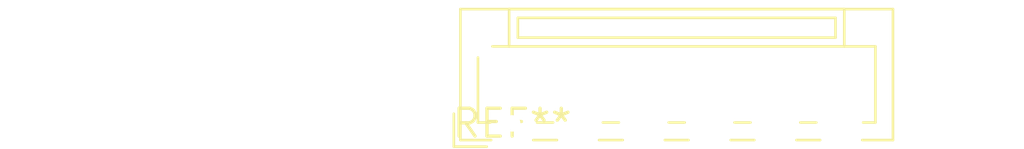
<source format=kicad_pcb>
(kicad_pcb (version 20240108) (generator pcbnew)
  (layers (0 "F.Cu" signal) (31 "B.Cu" signal) (34 "B.Paste" user) (35 "F.Paste" user) (36 "B.SilkS" user "B.Silkscreen") (37 "F.SilkS" user "F.Silkscreen") (38 "B.Mask" user) (39 "F.Mask" user) (44 "Edge.Cuts" user))
  (net 0 "")
  (footprint "JST_ZE_B11B-ZESK-1D_1x11_P1.50mm_Vertical" (layer "F.Cu") (at 0 0)
    (property "Reference" "REF**")
    (property "Value" "JST_ZE_B11B-ZESK-1D_1x11_P1.50mm_Vertical")
    (fp_line (start -2.66 -0.44) (end -2.66 1.06) (layer "F.SilkS") (stroke (width 0.12)))
    (fp_line (start -2.66 1.06) (end -1.16 1.06) (layer "F.SilkS") (stroke (width 0.12)))
    (fp_line (start -2.36 -5.21) (end 17.36 -5.21) (layer "F.SilkS") (stroke (width 0.12)))
    (fp_line (start -2.36 0.76) (end -2.36 -5.21) (layer "F.SilkS") (stroke (width 0.12)))
    (fp_line (start -1.56 -3) (end -1.56 -0.04) (layer "F.SilkS") (stroke (width 0.12)))
    (fp_line (start -1.56 -0.04) (end -1 -0.04) (layer "F.SilkS") (stroke (width 0.12)))
    (fp_line (start -0.96 0.76) (end -2.36 0.76) (layer "F.SilkS") (stroke (width 0.12)))
    (fp_line (start -0.14 -5.21) (end -0.14 -3.51) (layer "F.SilkS") (stroke (width 0.12)))
    (fp_line (start -0.14 -3.51) (end -0.9 -3.51) (layer "F.SilkS") (stroke (width 0.12)))
    (fp_line (start -0.14 -3.51) (end 15.14 -3.51) (layer "F.SilkS") (stroke (width 0.12)))
    (fp_line (start 0.26 -4.81) (end 0.26 -3.91) (layer "F.SilkS") (stroke (width 0.12)))
    (fp_line (start 0.26 -3.91) (end 14.74 -3.91) (layer "F.SilkS") (stroke (width 0.12)))
    (fp_line (start 0.96 0.76) (end 2.04 0.76) (layer "F.SilkS") (stroke (width 0.12)))
    (fp_line (start 1.135 -0.04) (end 1.865 -0.04) (layer "F.SilkS") (stroke (width 0.12)))
    (fp_line (start 3.96 0.76) (end 5.04 0.76) (layer "F.SilkS") (stroke (width 0.12)))
    (fp_line (start 4.135 -0.04) (end 4.865 -0.04) (layer "F.SilkS") (stroke (width 0.12)))
    (fp_line (start 6.96 0.76) (end 8.04 0.76) (layer "F.SilkS") (stroke (width 0.12)))
    (fp_line (start 7.135 -0.04) (end 7.865 -0.04) (layer "F.SilkS") (stroke (width 0.12)))
    (fp_line (start 9.96 0.76) (end 11.04 0.76) (layer "F.SilkS") (stroke (width 0.12)))
    (fp_line (start 10.135 -0.04) (end 10.865 -0.04) (layer "F.SilkS") (stroke (width 0.12)))
    (fp_line (start 12.96 0.76) (end 14.04 0.76) (layer "F.SilkS") (stroke (width 0.12)))
    (fp_line (start 13.135 -0.04) (end 13.865 -0.04) (layer "F.SilkS") (stroke (width 0.12)))
    (fp_line (start 14.74 -4.81) (end 0.26 -4.81) (layer "F.SilkS") (stroke (width 0.12)))
    (fp_line (start 14.74 -3.91) (end 14.74 -4.81) (layer "F.SilkS") (stroke (width 0.12)))
    (fp_line (start 15.14 -5.21) (end -0.14 -5.21) (layer "F.SilkS") (stroke (width 0.12)))
    (fp_line (start 15.14 -3.51) (end 15.14 -5.21) (layer "F.SilkS") (stroke (width 0.12)))
    (fp_line (start 15.14 -3.51) (end 16.56 -3.51) (layer "F.SilkS") (stroke (width 0.12)))
    (fp_line (start 16.56 -3.51) (end 16.56 -0.04) (layer "F.SilkS") (stroke (width 0.12)))
    (fp_line (start 16.56 -0.04) (end 16 -0.04) (layer "F.SilkS") (stroke (width 0.12)))
    (fp_line (start 17.36 -5.21) (end 17.36 0.76) (layer "F.SilkS") (stroke (width 0.12)))
    (fp_line (start 17.36 0.76) (end 15.96 0.76) (layer "F.SilkS") (stroke (width 0.12)))
    (pad "" np_thru_hole circle (at -1.65 -3.8) (size 0.85 0.85) (drill 0.85) (layers *.Cu *.Mask))
    (pad "1" thru_hole custom (at 0 0) (size 1.117157 1.117157) (drill 0.75) (layers *.Cu *.Mask) (remove_unused_layers) (options (clearance outline) (anchor circle)) (primitives (gr_poly (pts (xy 0.45 -0.225) (xy 0.45 0.625) (xy -0.45 0.625) (xy -0.45 -0.625) (xy 0.05 -0.625)) (width 0.5) (fill yes))))
    (pad "2" thru_hole oval (at 1.5 -2) (size 1.4 1.75) (drill 0.75) (layers *.Cu *.Mask) (remove_unused_layers))
    (pad "3" thru_hole oval (at 3 0) (size 1.4 1.75) (drill 0.75) (layers *.Cu *.Mask) (remove_unused_layers))
    (pad "4" thru_hole oval (at 4.5 -2) (size 1.4 1.75) (drill 0.75) (layers *.Cu *.Mask) (remove_unused_layers))
    (pad "5" thru_hole oval (at 6 0) (size 1.4 1.75) (drill 0.75) (layers *.Cu *.Mask) (remove_unused_layers))
    (pad "6" thru_hole oval (at 7.5 -2) (size 1.4 1.75) (drill 0.75) (layers *.Cu *.Mask) (remove_unused_layers))
    (pad "7" thru_hole oval (at 9 0) (size 1.4 1.75) (drill 0.75) (layers *.Cu *.Mask) (remove_unused_layers))
    (pad "8" thru_hole oval (at 10.5 -2) (size 1.4 1.75) (drill 0.75) (layers *.Cu *.Mask) (remove_unused_layers))
    (pad "9" thru_hole oval (at 12 0) (size 1.4 1.75) (drill 0.75) (layers *.Cu *.Mask) (remove_unused_layers))
    (pad "10" thru_hole oval (at 13.5 -2) (size 1.4 1.75) (drill 0.75) (layers *.Cu *.Mask) (remove_unused_layers))
    (pad "11" thru_hole oval (at 15 0) (size 1.4 1.75) (drill 0.75) (layers *.Cu *.Mask) (remove_unused_layers))
  )
)
</source>
